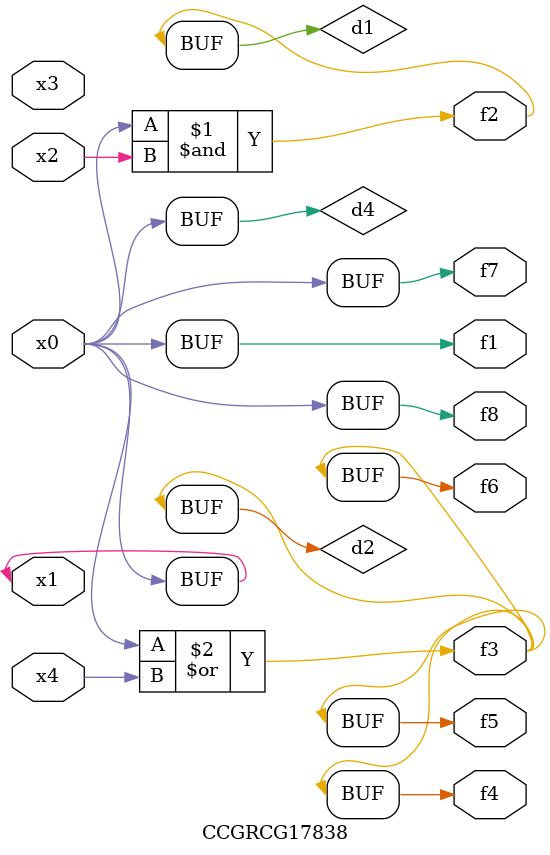
<source format=v>
module CCGRCG17838(
	input x0, x1, x2, x3, x4,
	output f1, f2, f3, f4, f5, f6, f7, f8
);

	wire d1, d2, d3, d4;

	and (d1, x0, x2);
	or (d2, x0, x4);
	nand (d3, x0, x2);
	buf (d4, x0, x1);
	assign f1 = d4;
	assign f2 = d1;
	assign f3 = d2;
	assign f4 = d2;
	assign f5 = d2;
	assign f6 = d2;
	assign f7 = d4;
	assign f8 = d4;
endmodule

</source>
